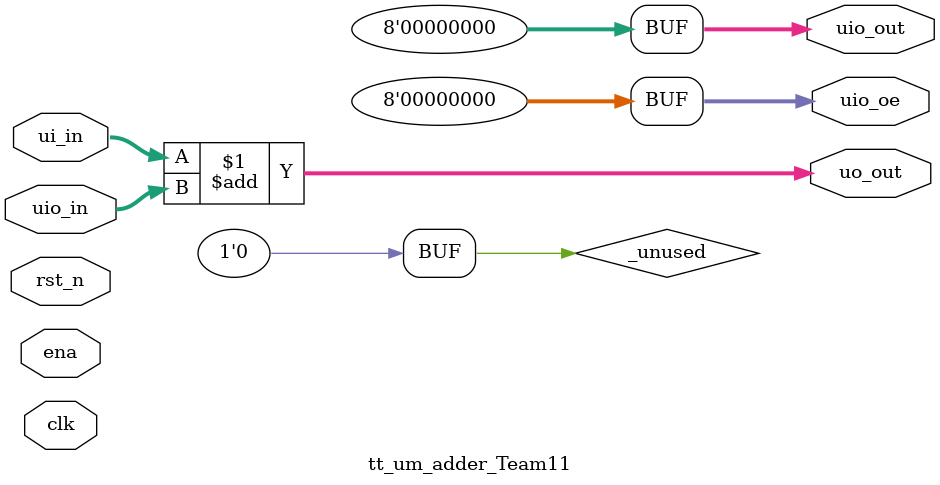
<source format=v>
/*
 * Copyright (c) 2024 Your Name
 * SPDX-License-Identifier: Apache-2.0
 */

`default_nettype none

module tt_um_adder_Team11 (
    input  wire [7:0] ui_in,    // Dedicated inputs
    output wire [7:0] uo_out,   // Dedicated outputs
    input  wire [7:0] uio_in,   // IOs: Input path
    output wire [7:0] uio_out,  // IOs: Output path
    output wire [7:0] uio_oe,   // IOs: Enable path (active high: 0=input, 1=output)
    input  wire       ena,      // always 1 when the design is powered, so you can ignore it
    input  wire       clk,      // clock
    input  wire       rst_n     // reset_n - low to reset
);

  // All output pins must be assigned. If not used, assign to 0.
  assign uo_out  = ui_in + uio_in;  // Example: ou_out is the sum of ui_in and uio_in
  assign uio_out = 0;
  assign uio_oe  = 0;

  // List all unused inputs to prevent warnings
  wire _unused = &{ena, clk, rst_n, 1'b0};

endmodule

</source>
